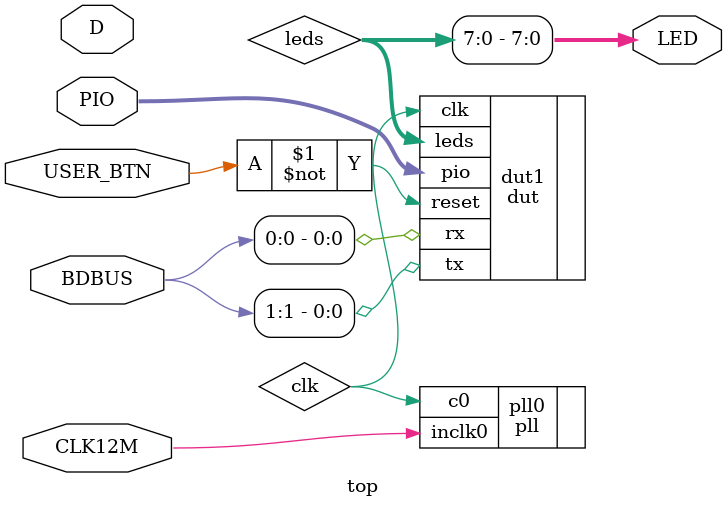
<source format=v>
`timescale 1ns / 1ps
`include "../../rtl/config.vh"

module top (
    input CLK12M,
    input USER_BTN,
    output [7:0] LED,
`ifdef SPI
    output SEN_SDI,
    output SEN_SPC,
    output SEN_CS,
    input SEN_SDO,
`endif
    inout [8:1] PIO,
    inout [5:0] BDBUS,
    inout [14:0] D
);
    wire clk;
    pll pll0 (
        .inclk0(CLK12M),
        .c0(clk)
    );
    wire [31:0] leds;
    assign LED = leds[7:0];
    dut dut1 (
        .rx(BDBUS[0]),          // BDBUS[0] is USB UART TX (FPGA RX)
        .tx(BDBUS[1]),          // BDBUS[1] is USB UART RX (FPGA TX)
        .leds(leds),
`ifdef SPI
        .spi_mosi(SEN_SDI),
        .spi_sck(SEN_SPC),
        .spi_csn(SEN_CS),
        .spi_miso(SEN_SDO),
`endif
        .pio(PIO),
        .reset(~USER_BTN),
        .clk(clk)
    );
endmodule

</source>
